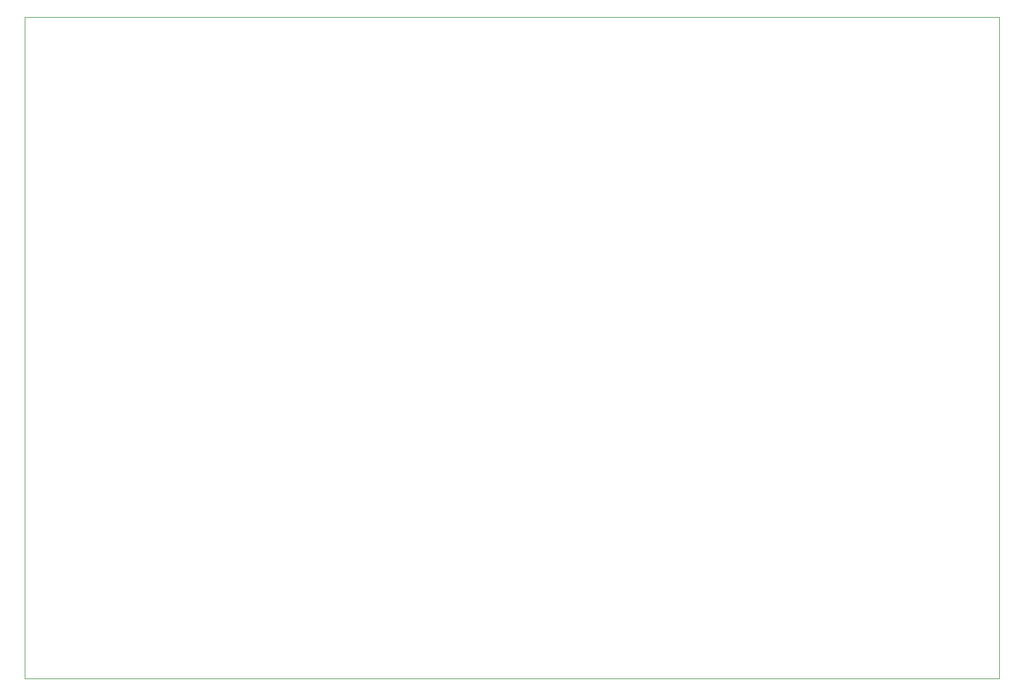
<source format=gbr>
%TF.GenerationSoftware,KiCad,Pcbnew,8.0.3*%
%TF.CreationDate,2024-07-06T20:18:36-03:00*%
%TF.ProjectId,Fuente_Conmutada,4675656e-7465-45f4-936f-6e6d75746164,rev?*%
%TF.SameCoordinates,Original*%
%TF.FileFunction,Profile,NP*%
%FSLAX46Y46*%
G04 Gerber Fmt 4.6, Leading zero omitted, Abs format (unit mm)*
G04 Created by KiCad (PCBNEW 8.0.3) date 2024-07-06 20:18:36*
%MOMM*%
%LPD*%
G01*
G04 APERTURE LIST*
%TA.AperFunction,Profile*%
%ADD10C,0.050000*%
%TD*%
G04 APERTURE END LIST*
D10*
X73403000Y-40892000D02*
X213403000Y-40892000D01*
X213403000Y-135892000D01*
X73403000Y-135892000D01*
X73403000Y-40892000D01*
M02*

</source>
